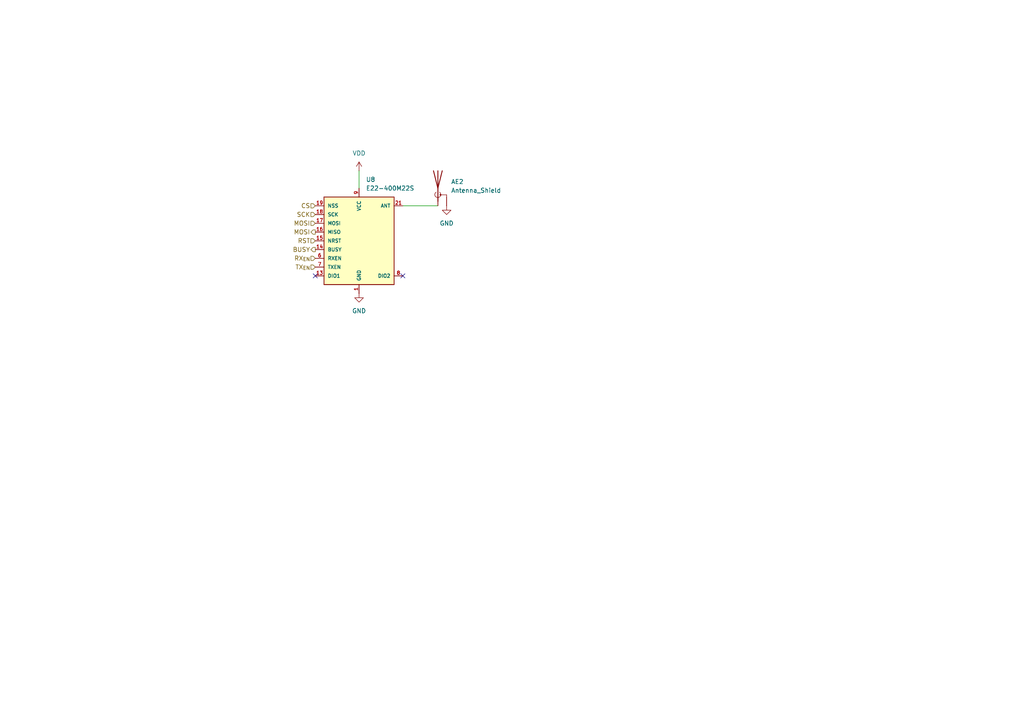
<source format=kicad_sch>
(kicad_sch (version 20250114) (generator "eeschema") (generator_version "9.0")
  (paper "A4")
  (lib_symbols
    (symbol "CompVuelo:E22-400M22S" (pin_names (offset 1.016))
      (property "Reference" "U" (at -10.16 13.97 0))
      (property "Value" "E22-400M22S" (at 1.778 -15.748 0))
      (symbol "E22-400M22S_0_0"
        (rectangle (start -10.16 -12.7) (end 10.16 12.7) (stroke (width 0.254)) (fill (type background)))
        (pin input line (at -12.7 10.16 0) (length 2.54) (name "NSS") (number "19"))
        (pin input line (at -12.7 7.62 0) (length 2.54) (name "SCK") (number "18"))
        (pin bidirectional line (at -12.7 5.08 0) (length 2.54) (name "MOSI") (number "17"))
        (pin bidirectional line (at -12.7 2.54 0) (length 2.54) (name "MISO") (number "16"))
        (pin bidirectional line (at -12.7 0 0) (length 2.54) (name "NRST") (number "15"))
        (pin bidirectional line (at -12.7 -2.54 0) (length 2.54) (name "BUSY") (number "14"))
        (pin input line (at -12.7 -5.08 0) (length 2.54) (name "RXEN") (number "6"))
        (pin bidirectional line (at -12.7 -7.62 0) (length 2.54) (name "TXEN") (number "7"))
        (pin bidirectional line (at -12.7 -10.16 0) (length 2.54) (name "DIO1") (number "13"))
        (pin power_in line (at 0 15.24 270) (length 2.54) (name "VCC") (number "9"))
        (pin power_in line (at 0 -15.24 90) (length 2.54) (name "GND") (number "1"))
        (pin output line (at 12.7 10.16 180) (length 2.54) (name "ANT") (number "21"))
        (pin bidirectional line (at 12.7 -10.16 180) (length 2.54) (name "DIO2") (number "8"))
      )
    )
    (symbol "Device:Antenna_Shield" (pin_numbers (hide yes)) (pin_names (offset 1.016) (hide yes))
      (property "Reference" "AE" (at -1.905 4.445 0))
      (property "Value" "Antenna_Shield" (at -1.905 2.54 0))
      (symbol "Antenna_Shield_0_1"
        (arc (start 0 -2.667) (mid -0.8485 -2.1032) (end -0.508 -1.143))
        (polyline (pts (xy 0 5.08) (xy 0 -3.81)) (stroke (width 0.254)))
        (polyline (pts (xy 0 -2.54) (xy 0 0)))
        (arc (start 0.508 -1.143) (mid 0.8046 -2.0885) (end 0 -2.667))
        (polyline (pts (xy 0.762 -1.905) (xy 2.54 -1.905)))
        (circle (center 0.762 -1.905) (radius 0.1778) (fill (type outline)))
        (polyline (pts (xy 1.27 5.08) (xy 0 0) (xy -1.27 5.08)) (stroke (width 0.254)))
        (polyline (pts (xy 2.54 -2.54) (xy 2.54 -1.905)))
      )
      (symbol "Antenna_Shield_1_1"
        (pin input line (at 0 -5.08 90) (length 2.54) (name "A") (number "1"))
        (pin input line (at 2.54 -5.08 90) (length 2.54) (name "Shield") (number "2"))
      )
    )
    (symbol "power:GND" (power) (pin_numbers (hide yes)) (pin_names (offset 0) (hide yes))
      (property "Value" "GND" (at 0 -3.81 0))
      (symbol "GND_0_1"
        (polyline (pts (xy 0 0) (xy 0 -1.27) (xy 1.27 -1.27) (xy 0 -2.54) (xy -1.27 -1.27) (xy 0 -1.27)))
      )
      (symbol "GND_1_1"
        (pin power_in line (at 0 0 270) (length 0) (name "~") (number "1"))
      )
    )
    (symbol "power:VDD" (power) (pin_numbers (hide yes)) (pin_names (offset 0) (hide yes))
      (property "Value" "VDD" (at 0 3.556 0))
      (symbol "VDD_0_1"
        (polyline (pts (xy -0.762 1.27) (xy 0 2.54)))
        (polyline (pts (xy 0 2.54) (xy 0.762 1.27)))
        (polyline (pts (xy 0 0) (xy 0 2.54)))
      )
      (symbol "VDD_1_1"
        (pin power_in line (at 0 0 90) (length 0) (name "~") (number "1"))
      )
    )
  )
  (no_connect (at 116.84 80.01))
  (no_connect (at 91.44 80.01))
  (wire (pts (xy 127 59.69) (xy 116.84 59.69)))
  (wire (pts (xy 104.14 49.53) (xy 104.14 54.61)))
  (hierarchical_label "RST" (shape input) (at 91.44 69.85 180))
  (hierarchical_label "SCK" (shape input) (at 91.44 62.23 180))
  (hierarchical_label "CS" (shape input) (at 91.44 59.69 180))
  (hierarchical_label "TX_{EN}" (shape input) (at 91.44 77.47 180))
  (hierarchical_label "MOSI" (shape input) (at 91.44 64.77 180))
  (hierarchical_label "MOSI" (shape output) (at 91.44 67.31 180))
  (hierarchical_label "BUSY" (shape output) (at 91.44 72.39 180))
  (hierarchical_label "RX_{EN}" (shape input) (at 91.44 74.93 180))
  (symbol (lib_id "power:GND") (at 104.14 85.09 0) (unit 1)
    (property "Reference" "#PWR065" (effects (hide yes)))
    (property "Value" "GND" (at 104.14 90.17 0))
    (property "Description" "Power symbol creates a global label with name \"GND\" , ground" (effects (hide yes)))
  )
  (symbol (lib_id "CompVuelo:E22-400M22S") (at 104.14 69.85 0) (unit 1)
    (property "Reference" "U8" (at 106.1086 52.07 0) (effects (justify left)))
    (property "Value" "E22-400M22S" (at 106.1086 54.61 0) (effects (justify left)))
    (property "Footprint" "CompVuelo:E22-400M22S" (effects (hide yes)))
    (property "Datasheet" "https://www.cdebyte.com/pdf-down.aspx?id=3511" (effects (hide yes)))
    (property "Description" "The E22-400M22S is based on the SX1268, a new generation of LoRaTM RF chip manufactured by Semtech, USA. It is an ultra-small and self-developed 433MHz, 470MHz SMD LoRaTM wireless module. Because it adopted the original SX1268 as main core, so the anti- interference performance and communication distance have been further improved compared to the previous generation LoRaTM transceiver." (effects (hide yes)))
  )
  (symbol (lib_id "power:VDD") (at 104.14 49.53 0) (unit 1)
    (property "Reference" "#PWR064" (effects (hide yes)))
    (property "Value" "VDD" (at 104.14 44.45 0))
    (property "Description" "Power symbol creates a global label with name \"VDD\"" (effects (hide yes)))
  )
  (symbol (lib_id "Device:Antenna_Shield") (at 127 54.61 0) (unit 1)
    (property "Reference" "AE2" (at 130.81 52.7049 0) (effects (justify left)))
    (property "Value" "Antenna_Shield" (at 130.81 55.2449 0) (effects (justify left)))
    (property "Description" "Antenna with extra pin for shielding" (effects (hide yes)))
  )
  (symbol (lib_id "power:GND") (at 129.54 59.69 0) (unit 1)
    (property "Reference" "#PWR066" (effects (hide yes)))
    (property "Value" "GND" (at 129.54 64.77 0))
    (property "Description" "Power symbol creates a global label with name \"GND\" , ground" (effects (hide yes)))
  )
)
</source>
